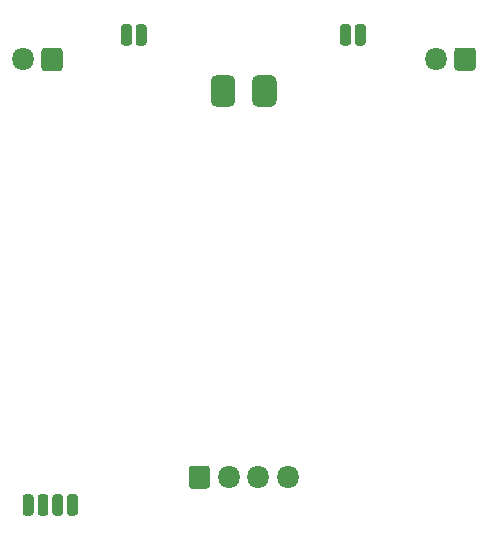
<source format=gbr>
%TF.GenerationSoftware,KiCad,Pcbnew,(5.1.7)-1*%
%TF.CreationDate,2020-12-07T14:23:08+09:00*%
%TF.ProjectId,CurrentMeasure,43757272-656e-4744-9d65-61737572652e,rev?*%
%TF.SameCoordinates,Original*%
%TF.FileFunction,Soldermask,Bot*%
%TF.FilePolarity,Negative*%
%FSLAX46Y46*%
G04 Gerber Fmt 4.6, Leading zero omitted, Abs format (unit mm)*
G04 Created by KiCad (PCBNEW (5.1.7)-1) date 2020-12-07 14:23:08*
%MOMM*%
%LPD*%
G01*
G04 APERTURE LIST*
%ADD10O,1.800000X1.950000*%
G04 APERTURE END LIST*
D10*
%TO.C,J3*%
X565000000Y-82500000D03*
X562500000Y-82500000D03*
X560000000Y-82500000D03*
G36*
G01*
X556600000Y-83210295D02*
X556600000Y-81789705D01*
G75*
G02*
X556864705Y-81525000I264705J0D01*
G01*
X558135295Y-81525000D01*
G75*
G02*
X558400000Y-81789705I0J-264705D01*
G01*
X558400000Y-83210295D01*
G75*
G02*
X558135295Y-83475000I-264705J0D01*
G01*
X556864705Y-83475000D01*
G75*
G02*
X556600000Y-83210295I0J264705D01*
G01*
G37*
%TD*%
%TO.C,J1*%
G36*
G01*
X551785000Y-44380000D02*
X551785000Y-45720000D01*
G75*
G02*
X551555000Y-45950000I-230000J0D01*
G01*
X551095000Y-45950000D01*
G75*
G02*
X550865000Y-45720000I0J230000D01*
G01*
X550865000Y-44380000D01*
G75*
G02*
X551095000Y-44150000I230000J0D01*
G01*
X551555000Y-44150000D01*
G75*
G02*
X551785000Y-44380000I0J-230000D01*
G01*
G37*
G36*
G01*
X553035000Y-44380000D02*
X553035000Y-45720000D01*
G75*
G02*
X552805000Y-45950000I-230000J0D01*
G01*
X552345000Y-45950000D01*
G75*
G02*
X552115000Y-45720000I0J230000D01*
G01*
X552115000Y-44380000D01*
G75*
G02*
X552345000Y-44150000I230000J0D01*
G01*
X552805000Y-44150000D01*
G75*
G02*
X553035000Y-44380000I0J-230000D01*
G01*
G37*
%TD*%
%TO.C,J6*%
G36*
G01*
X570335000Y-44380000D02*
X570335000Y-45720000D01*
G75*
G02*
X570105000Y-45950000I-230000J0D01*
G01*
X569645000Y-45950000D01*
G75*
G02*
X569415000Y-45720000I0J230000D01*
G01*
X569415000Y-44380000D01*
G75*
G02*
X569645000Y-44150000I230000J0D01*
G01*
X570105000Y-44150000D01*
G75*
G02*
X570335000Y-44380000I0J-230000D01*
G01*
G37*
G36*
G01*
X571585000Y-44380000D02*
X571585000Y-45720000D01*
G75*
G02*
X571355000Y-45950000I-230000J0D01*
G01*
X570895000Y-45950000D01*
G75*
G02*
X570665000Y-45720000I0J230000D01*
G01*
X570665000Y-44380000D01*
G75*
G02*
X570895000Y-44150000I230000J0D01*
G01*
X571355000Y-44150000D01*
G75*
G02*
X571585000Y-44380000I0J-230000D01*
G01*
G37*
%TD*%
%TO.C,J7*%
G36*
G01*
X546295000Y-85520000D02*
X546295000Y-84180000D01*
G75*
G02*
X546525000Y-83950000I230000J0D01*
G01*
X546985000Y-83950000D01*
G75*
G02*
X547215000Y-84180000I0J-230000D01*
G01*
X547215000Y-85520000D01*
G75*
G02*
X546985000Y-85750000I-230000J0D01*
G01*
X546525000Y-85750000D01*
G75*
G02*
X546295000Y-85520000I0J230000D01*
G01*
G37*
G36*
G01*
X545045000Y-85520000D02*
X545045000Y-84180000D01*
G75*
G02*
X545275000Y-83950000I230000J0D01*
G01*
X545735000Y-83950000D01*
G75*
G02*
X545965000Y-84180000I0J-230000D01*
G01*
X545965000Y-85520000D01*
G75*
G02*
X545735000Y-85750000I-230000J0D01*
G01*
X545275000Y-85750000D01*
G75*
G02*
X545045000Y-85520000I0J230000D01*
G01*
G37*
G36*
G01*
X543795000Y-85520000D02*
X543795000Y-84180000D01*
G75*
G02*
X544025000Y-83950000I230000J0D01*
G01*
X544485000Y-83950000D01*
G75*
G02*
X544715000Y-84180000I0J-230000D01*
G01*
X544715000Y-85520000D01*
G75*
G02*
X544485000Y-85750000I-230000J0D01*
G01*
X544025000Y-85750000D01*
G75*
G02*
X543795000Y-85520000I0J230000D01*
G01*
G37*
G36*
G01*
X542545000Y-85520000D02*
X542545000Y-84180000D01*
G75*
G02*
X542775000Y-83950000I230000J0D01*
G01*
X543235000Y-83950000D01*
G75*
G02*
X543465000Y-84180000I0J-230000D01*
G01*
X543465000Y-85520000D01*
G75*
G02*
X543235000Y-85750000I-230000J0D01*
G01*
X542775000Y-85750000D01*
G75*
G02*
X542545000Y-85520000I0J230000D01*
G01*
G37*
%TD*%
%TO.C,J4*%
G36*
G01*
X560550000Y-48975000D02*
X560550000Y-50625000D01*
G75*
G02*
X560025000Y-51150000I-525000J0D01*
G01*
X558975000Y-51150000D01*
G75*
G02*
X558450000Y-50625000I0J525000D01*
G01*
X558450000Y-48975000D01*
G75*
G02*
X558975000Y-48450000I525000J0D01*
G01*
X560025000Y-48450000D01*
G75*
G02*
X560550000Y-48975000I0J-525000D01*
G01*
G37*
G36*
G01*
X564050000Y-48975000D02*
X564050000Y-50625000D01*
G75*
G02*
X563525000Y-51150000I-525000J0D01*
G01*
X562475000Y-51150000D01*
G75*
G02*
X561950000Y-50625000I0J525000D01*
G01*
X561950000Y-48975000D01*
G75*
G02*
X562475000Y-48450000I525000J0D01*
G01*
X563525000Y-48450000D01*
G75*
G02*
X564050000Y-48975000I0J-525000D01*
G01*
G37*
%TD*%
%TO.C,J5*%
X577500000Y-47100000D03*
G36*
G01*
X580900000Y-46389705D02*
X580900000Y-47810295D01*
G75*
G02*
X580635295Y-48075000I-264705J0D01*
G01*
X579364705Y-48075000D01*
G75*
G02*
X579100000Y-47810295I0J264705D01*
G01*
X579100000Y-46389705D01*
G75*
G02*
X579364705Y-46125000I264705J0D01*
G01*
X580635295Y-46125000D01*
G75*
G02*
X580900000Y-46389705I0J-264705D01*
G01*
G37*
%TD*%
%TO.C,J2*%
X542525000Y-47125000D03*
G36*
G01*
X545925000Y-46414705D02*
X545925000Y-47835295D01*
G75*
G02*
X545660295Y-48100000I-264705J0D01*
G01*
X544389705Y-48100000D01*
G75*
G02*
X544125000Y-47835295I0J264705D01*
G01*
X544125000Y-46414705D01*
G75*
G02*
X544389705Y-46150000I264705J0D01*
G01*
X545660295Y-46150000D01*
G75*
G02*
X545925000Y-46414705I0J-264705D01*
G01*
G37*
%TD*%
M02*

</source>
